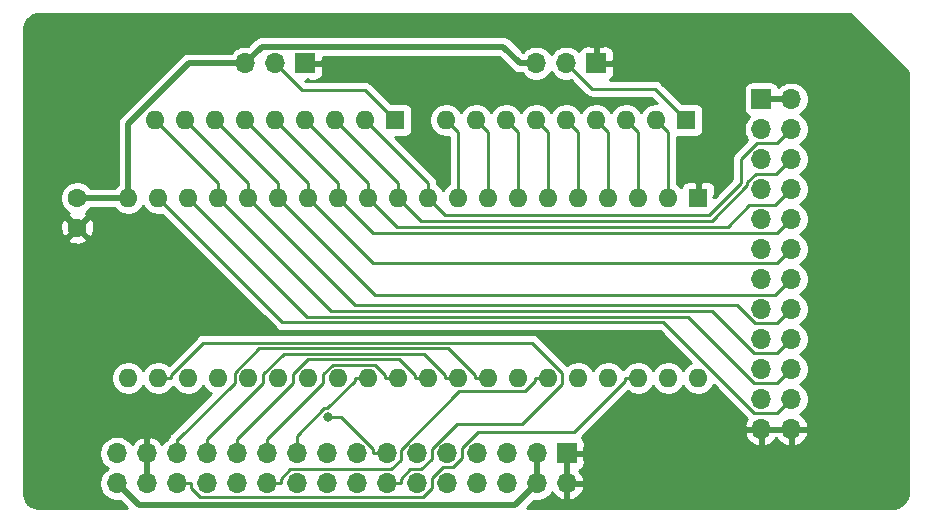
<source format=gbr>
%TF.GenerationSoftware,KiCad,Pcbnew,(5.1.12-1-10_14)*%
%TF.CreationDate,2022-01-05T14:26:23+01:00*%
%TF.ProjectId,viaduct,76696164-7563-4742-9e6b-696361645f70,rev?*%
%TF.SameCoordinates,Original*%
%TF.FileFunction,Copper,L1,Top*%
%TF.FilePolarity,Positive*%
%FSLAX46Y46*%
G04 Gerber Fmt 4.6, Leading zero omitted, Abs format (unit mm)*
G04 Created by KiCad (PCBNEW (5.1.12-1-10_14)) date 2022-01-05 14:26:23*
%MOMM*%
%LPD*%
G01*
G04 APERTURE LIST*
%TA.AperFunction,ComponentPad*%
%ADD10O,1.700000X1.700000*%
%TD*%
%TA.AperFunction,ComponentPad*%
%ADD11R,1.700000X1.700000*%
%TD*%
%TA.AperFunction,ComponentPad*%
%ADD12C,1.600000*%
%TD*%
%TA.AperFunction,ComponentPad*%
%ADD13O,1.600000X1.600000*%
%TD*%
%TA.AperFunction,ComponentPad*%
%ADD14R,1.600000X1.600000*%
%TD*%
%TA.AperFunction,ViaPad*%
%ADD15C,0.800000*%
%TD*%
%TA.AperFunction,Conductor*%
%ADD16C,0.500000*%
%TD*%
%TA.AperFunction,Conductor*%
%ADD17C,0.250000*%
%TD*%
%TA.AperFunction,Conductor*%
%ADD18C,0.254000*%
%TD*%
%TA.AperFunction,Conductor*%
%ADD19C,0.100000*%
%TD*%
G04 APERTURE END LIST*
D10*
%TO.P,J1,32*%
%TO.N,+5V*%
X119952000Y-132613000D03*
%TO.P,J1,31*%
X119952000Y-130073000D03*
%TO.P,J1,30*%
%TO.N,GND*%
X122492000Y-132613000D03*
%TO.P,J1,29*%
X122492000Y-130073000D03*
%TO.P,J1,28*%
%TO.N,/RS0*%
X125032000Y-132613000D03*
%TO.P,J1,27*%
%TO.N,/D0*%
X125032000Y-130073000D03*
%TO.P,J1,26*%
%TO.N,/RS1*%
X127572000Y-132613000D03*
%TO.P,J1,25*%
%TO.N,/D1*%
X127572000Y-130073000D03*
%TO.P,J1,24*%
%TO.N,/RS2*%
X130112000Y-132613000D03*
%TO.P,J1,23*%
%TO.N,/D2*%
X130112000Y-130073000D03*
%TO.P,J1,22*%
%TO.N,/RS3*%
X132652000Y-132613000D03*
%TO.P,J1,21*%
%TO.N,/D3*%
X132652000Y-130073000D03*
%TO.P,J1,20*%
%TO.N,Net-(J1-Pad20)*%
X135192000Y-132613000D03*
%TO.P,J1,19*%
%TO.N,/D4*%
X135192000Y-130073000D03*
%TO.P,J1,18*%
%TO.N,Net-(J1-Pad18)*%
X137732000Y-132613000D03*
%TO.P,J1,17*%
%TO.N,/D5*%
X137732000Y-130073000D03*
%TO.P,J1,16*%
%TO.N,~CS*%
X140272000Y-132613000D03*
%TO.P,J1,15*%
%TO.N,/D6*%
X140272000Y-130073000D03*
%TO.P,J1,14*%
%TO.N,R~W*%
X142812000Y-132613000D03*
%TO.P,J1,13*%
%TO.N,/D7*%
X142812000Y-130073000D03*
%TO.P,J1,12*%
%TO.N,CLK*%
X145352000Y-132613000D03*
%TO.P,J1,11*%
%TO.N,~IRQ*%
X145352000Y-130073000D03*
%TO.P,J1,10*%
%TO.N,~RES*%
X147892000Y-132613000D03*
%TO.P,J1,9*%
%TO.N,Net-(J1-Pad9)*%
X147892000Y-130073000D03*
%TO.P,J1,8*%
%TO.N,Net-(J1-Pad8)*%
X150432000Y-132613000D03*
%TO.P,J1,7*%
%TO.N,Net-(J1-Pad7)*%
X150432000Y-130073000D03*
%TO.P,J1,6*%
%TO.N,Net-(J1-Pad6)*%
X152972000Y-132613000D03*
%TO.P,J1,5*%
%TO.N,Net-(J1-Pad5)*%
X152972000Y-130073000D03*
%TO.P,J1,4*%
%TO.N,+5V*%
X155512000Y-132613000D03*
%TO.P,J1,3*%
X155512000Y-130073000D03*
%TO.P,J1,2*%
%TO.N,GND*%
X158052000Y-132613000D03*
D11*
%TO.P,J1,1*%
X158052000Y-130073000D03*
%TD*%
D10*
%TO.P,J2,24*%
%TO.N,GND*%
X177038000Y-128016000D03*
%TO.P,J2,23*%
X174498000Y-128016000D03*
%TO.P,J2,22*%
%TO.N,CB2*%
X177038000Y-125476000D03*
%TO.P,J2,21*%
%TO.N,CA2*%
X174498000Y-125476000D03*
%TO.P,J2,20*%
%TO.N,CB1*%
X177038000Y-122936000D03*
%TO.P,J2,19*%
%TO.N,CA1*%
X174498000Y-122936000D03*
%TO.P,J2,18*%
%TO.N,/PB7*%
X177038000Y-120396000D03*
%TO.P,J2,17*%
%TO.N,/PA7*%
X174498000Y-120396000D03*
%TO.P,J2,16*%
%TO.N,/PB6*%
X177038000Y-117856000D03*
%TO.P,J2,15*%
%TO.N,/PA6*%
X174498000Y-117856000D03*
%TO.P,J2,14*%
%TO.N,/PB5*%
X177038000Y-115316000D03*
%TO.P,J2,13*%
%TO.N,/PA5*%
X174498000Y-115316000D03*
%TO.P,J2,12*%
%TO.N,/PB4*%
X177038000Y-112776000D03*
%TO.P,J2,11*%
%TO.N,/PA4*%
X174498000Y-112776000D03*
%TO.P,J2,10*%
%TO.N,/PB3*%
X177038000Y-110236000D03*
%TO.P,J2,9*%
%TO.N,/PA3*%
X174498000Y-110236000D03*
%TO.P,J2,8*%
%TO.N,/PB2*%
X177038000Y-107696000D03*
%TO.P,J2,7*%
%TO.N,/PA2*%
X174498000Y-107696000D03*
%TO.P,J2,6*%
%TO.N,/PB1*%
X177038000Y-105156000D03*
%TO.P,J2,5*%
%TO.N,/PA1*%
X174498000Y-105156000D03*
%TO.P,J2,4*%
%TO.N,/PB0*%
X177038000Y-102616000D03*
%TO.P,J2,3*%
%TO.N,/PA0*%
X174498000Y-102616000D03*
%TO.P,J2,2*%
%TO.N,+5V*%
X177038000Y-100076000D03*
D11*
%TO.P,J2,1*%
X174498000Y-100076000D03*
%TD*%
D12*
%TO.P,C1,2*%
%TO.N,GND*%
X116586000Y-110958000D03*
%TO.P,C1,1*%
%TO.N,+5V*%
X116586000Y-108458000D03*
%TD*%
D10*
%TO.P,J4,3*%
%TO.N,+5V*%
X130810000Y-97028000D03*
%TO.P,J4,2*%
%TO.N,Net-(J4-Pad2)*%
X133350000Y-97028000D03*
D11*
%TO.P,J4,1*%
%TO.N,GND*%
X135890000Y-97028000D03*
%TD*%
D10*
%TO.P,J3,3*%
%TO.N,+5V*%
X155448000Y-97028000D03*
%TO.P,J3,2*%
%TO.N,Net-(J3-Pad2)*%
X157988000Y-97028000D03*
D11*
%TO.P,J3,1*%
%TO.N,GND*%
X160528000Y-97028000D03*
%TD*%
D13*
%TO.P,RN2,9*%
%TO.N,/PB7*%
X123190000Y-101854000D03*
%TO.P,RN2,8*%
%TO.N,/PB6*%
X125730000Y-101854000D03*
%TO.P,RN2,7*%
%TO.N,/PB5*%
X128270000Y-101854000D03*
%TO.P,RN2,6*%
%TO.N,/PB4*%
X130810000Y-101854000D03*
%TO.P,RN2,5*%
%TO.N,/PB3*%
X133350000Y-101854000D03*
%TO.P,RN2,4*%
%TO.N,/PB2*%
X135890000Y-101854000D03*
%TO.P,RN2,3*%
%TO.N,/PB1*%
X138430000Y-101854000D03*
%TO.P,RN2,2*%
%TO.N,/PB0*%
X140970000Y-101854000D03*
D14*
%TO.P,RN2,1*%
%TO.N,Net-(J4-Pad2)*%
X143510000Y-101854000D03*
%TD*%
D13*
%TO.P,RN1,9*%
%TO.N,/PA7*%
X147828000Y-101854000D03*
%TO.P,RN1,8*%
%TO.N,/PA6*%
X150368000Y-101854000D03*
%TO.P,RN1,7*%
%TO.N,/PA5*%
X152908000Y-101854000D03*
%TO.P,RN1,6*%
%TO.N,/PA4*%
X155448000Y-101854000D03*
%TO.P,RN1,5*%
%TO.N,/PA3*%
X157988000Y-101854000D03*
%TO.P,RN1,4*%
%TO.N,/PA2*%
X160528000Y-101854000D03*
%TO.P,RN1,3*%
%TO.N,/PA1*%
X163068000Y-101854000D03*
%TO.P,RN1,2*%
%TO.N,/PA0*%
X165608000Y-101854000D03*
D14*
%TO.P,RN1,1*%
%TO.N,Net-(J3-Pad2)*%
X168148000Y-101854000D03*
%TD*%
%TO.P,U1,1*%
%TO.N,GND*%
X169164000Y-108458000D03*
D13*
%TO.P,U1,21*%
%TO.N,~IRQ*%
X120904000Y-123698000D03*
%TO.P,U1,2*%
%TO.N,/PA0*%
X166624000Y-108458000D03*
%TO.P,U1,22*%
%TO.N,R~W*%
X123444000Y-123698000D03*
%TO.P,U1,3*%
%TO.N,/PA1*%
X164084000Y-108458000D03*
%TO.P,U1,23*%
%TO.N,~CS*%
X125984000Y-123698000D03*
%TO.P,U1,4*%
%TO.N,/PA2*%
X161544000Y-108458000D03*
%TO.P,U1,24*%
%TO.N,+5V*%
X128524000Y-123698000D03*
%TO.P,U1,5*%
%TO.N,/PA3*%
X159004000Y-108458000D03*
%TO.P,U1,25*%
%TO.N,CLK*%
X131064000Y-123698000D03*
%TO.P,U1,6*%
%TO.N,/PA4*%
X156464000Y-108458000D03*
%TO.P,U1,26*%
%TO.N,/D7*%
X133604000Y-123698000D03*
%TO.P,U1,7*%
%TO.N,/PA5*%
X153924000Y-108458000D03*
%TO.P,U1,27*%
%TO.N,/D6*%
X136144000Y-123698000D03*
%TO.P,U1,8*%
%TO.N,/PA6*%
X151384000Y-108458000D03*
%TO.P,U1,28*%
%TO.N,/D5*%
X138684000Y-123698000D03*
%TO.P,U1,9*%
%TO.N,/PA7*%
X148844000Y-108458000D03*
%TO.P,U1,29*%
%TO.N,/D4*%
X141224000Y-123698000D03*
%TO.P,U1,10*%
%TO.N,/PB0*%
X146304000Y-108458000D03*
%TO.P,U1,30*%
%TO.N,/D3*%
X143764000Y-123698000D03*
%TO.P,U1,11*%
%TO.N,/PB1*%
X143764000Y-108458000D03*
%TO.P,U1,31*%
%TO.N,/D2*%
X146304000Y-123698000D03*
%TO.P,U1,12*%
%TO.N,/PB2*%
X141224000Y-108458000D03*
%TO.P,U1,32*%
%TO.N,/D1*%
X148844000Y-123698000D03*
%TO.P,U1,13*%
%TO.N,/PB3*%
X138684000Y-108458000D03*
%TO.P,U1,33*%
%TO.N,/D0*%
X151384000Y-123698000D03*
%TO.P,U1,14*%
%TO.N,/PB4*%
X136144000Y-108458000D03*
%TO.P,U1,34*%
%TO.N,~RES*%
X153924000Y-123698000D03*
%TO.P,U1,15*%
%TO.N,/PB5*%
X133604000Y-108458000D03*
%TO.P,U1,35*%
%TO.N,/RS3*%
X156464000Y-123698000D03*
%TO.P,U1,16*%
%TO.N,/PB6*%
X131064000Y-108458000D03*
%TO.P,U1,36*%
%TO.N,/RS2*%
X159004000Y-123698000D03*
%TO.P,U1,17*%
%TO.N,/PB7*%
X128524000Y-108458000D03*
%TO.P,U1,37*%
%TO.N,/RS1*%
X161544000Y-123698000D03*
%TO.P,U1,18*%
%TO.N,CB1*%
X125984000Y-108458000D03*
%TO.P,U1,38*%
%TO.N,/RS0*%
X164084000Y-123698000D03*
%TO.P,U1,19*%
%TO.N,CB2*%
X123444000Y-108458000D03*
%TO.P,U1,39*%
%TO.N,CA2*%
X166624000Y-123698000D03*
%TO.P,U1,20*%
%TO.N,+5V*%
X120904000Y-108458000D03*
%TO.P,U1,40*%
%TO.N,CA1*%
X169164000Y-123698000D03*
%TD*%
D15*
%TO.N,GND*%
X175832000Y-97282000D03*
X116332000Y-95250000D03*
X116332000Y-131445000D03*
X182245000Y-113919000D03*
%TO.N,/D7*%
X137851500Y-127000200D03*
%TD*%
D16*
%TO.N,+5V*%
X155512000Y-132613000D02*
X155512000Y-130073000D01*
X119952000Y-132613000D02*
X121825800Y-134486800D01*
X121825800Y-134486800D02*
X153638200Y-134486800D01*
X153638200Y-134486800D02*
X155512000Y-132613000D01*
X120904000Y-108458000D02*
X120904000Y-102196000D01*
X120904000Y-102196000D02*
X126072000Y-97028000D01*
X126072000Y-97028000D02*
X130810000Y-97028000D01*
X120904000Y-108458000D02*
X116586000Y-108458000D01*
X155448000Y-97028000D02*
X154047700Y-97028000D01*
X154047700Y-97028000D02*
X152647200Y-95627500D01*
X152647200Y-95627500D02*
X132210500Y-95627500D01*
X132210500Y-95627500D02*
X130810000Y-97028000D01*
X174498000Y-100076000D02*
X177038000Y-100076000D01*
D17*
%TO.N,/D7*%
X142812000Y-130073000D02*
X141636700Y-130073000D01*
X137851500Y-127000200D02*
X138931200Y-127000200D01*
X138931200Y-127000200D02*
X141636700Y-129705700D01*
X141636700Y-129705700D02*
X141636700Y-130073000D01*
%TO.N,R~W*%
X142812000Y-132613000D02*
X143987300Y-132613000D01*
X123444000Y-123698000D02*
X124569300Y-123698000D01*
X124569300Y-123698000D02*
X124569300Y-123416700D01*
X124569300Y-123416700D02*
X127274900Y-120711100D01*
X127274900Y-120711100D02*
X155078700Y-120711100D01*
X155078700Y-120711100D02*
X157615500Y-123247900D01*
X157615500Y-123247900D02*
X157615500Y-124162900D01*
X157615500Y-124162900D02*
X154226100Y-127552300D01*
X154226100Y-127552300D02*
X148750000Y-127552300D01*
X148750000Y-127552300D02*
X146604400Y-129697900D01*
X146604400Y-129697900D02*
X146604400Y-130555700D01*
X146604400Y-130555700D02*
X145722400Y-131437700D01*
X145722400Y-131437700D02*
X144795200Y-131437700D01*
X144795200Y-131437700D02*
X143987300Y-132245600D01*
X143987300Y-132245600D02*
X143987300Y-132613000D01*
%TO.N,/D4*%
X140098700Y-123698000D02*
X140098700Y-123917800D01*
X140098700Y-123917800D02*
X137741600Y-126274900D01*
X137741600Y-126274900D02*
X137522100Y-126274900D01*
X137522100Y-126274900D02*
X135192000Y-128605000D01*
X135192000Y-128605000D02*
X135192000Y-128897700D01*
X141224000Y-123698000D02*
X140098700Y-123698000D01*
X135192000Y-130073000D02*
X135192000Y-128897700D01*
%TO.N,/D3*%
X143764000Y-123698000D02*
X142638700Y-123698000D01*
X132652000Y-130073000D02*
X132652000Y-128897700D01*
X132652000Y-128897700D02*
X137414000Y-124135700D01*
X137414000Y-124135700D02*
X137414000Y-123360200D01*
X137414000Y-123360200D02*
X138201500Y-122572700D01*
X138201500Y-122572700D02*
X141794800Y-122572700D01*
X141794800Y-122572700D02*
X142638700Y-123416600D01*
X142638700Y-123416600D02*
X142638700Y-123698000D01*
%TO.N,/RS3*%
X132652000Y-132613000D02*
X133827300Y-132613000D01*
X156464000Y-123698000D02*
X155338700Y-123698000D01*
X155338700Y-123698000D02*
X155338700Y-123979400D01*
X155338700Y-123979400D02*
X154494800Y-124823300D01*
X154494800Y-124823300D02*
X148938200Y-124823300D01*
X148938200Y-124823300D02*
X143987400Y-129774100D01*
X143987400Y-129774100D02*
X143987400Y-130598600D01*
X143987400Y-130598600D02*
X143148300Y-131437700D01*
X143148300Y-131437700D02*
X134635200Y-131437700D01*
X134635200Y-131437700D02*
X133827300Y-132245600D01*
X133827300Y-132245600D02*
X133827300Y-132613000D01*
%TO.N,/D2*%
X130112000Y-130073000D02*
X130112000Y-128897700D01*
X146304000Y-123698000D02*
X145178700Y-123698000D01*
X145178700Y-123698000D02*
X145178700Y-123416700D01*
X145178700Y-123416700D02*
X143852200Y-122090200D01*
X143852200Y-122090200D02*
X136139100Y-122090200D01*
X136139100Y-122090200D02*
X134874000Y-123355300D01*
X134874000Y-123355300D02*
X134874000Y-124135700D01*
X134874000Y-124135700D02*
X130112000Y-128897700D01*
%TO.N,/D1*%
X148844000Y-123698000D02*
X147718700Y-123698000D01*
X127572000Y-130073000D02*
X127572000Y-128897700D01*
X127572000Y-128897700D02*
X132334000Y-124135700D01*
X132334000Y-124135700D02*
X132334000Y-123371100D01*
X132334000Y-123371100D02*
X134065300Y-121639800D01*
X134065300Y-121639800D02*
X145941800Y-121639800D01*
X145941800Y-121639800D02*
X147718700Y-123416700D01*
X147718700Y-123416700D02*
X147718700Y-123698000D01*
%TO.N,/D0*%
X125032000Y-130073000D02*
X125032000Y-128897700D01*
X151384000Y-123698000D02*
X150258700Y-123698000D01*
X150258700Y-123698000D02*
X150258700Y-123416700D01*
X150258700Y-123416700D02*
X148003500Y-121161500D01*
X148003500Y-121161500D02*
X132002100Y-121161500D01*
X132002100Y-121161500D02*
X129921100Y-123242500D01*
X129921100Y-123242500D02*
X129921100Y-124082100D01*
X129921100Y-124082100D02*
X125105500Y-128897700D01*
X125105500Y-128897700D02*
X125032000Y-128897700D01*
%TO.N,/RS0*%
X125032000Y-132613000D02*
X126207300Y-132613000D01*
X164084000Y-123698000D02*
X162958700Y-123698000D01*
X162958700Y-123698000D02*
X162958700Y-123979300D01*
X162958700Y-123979300D02*
X158680700Y-128257300D01*
X158680700Y-128257300D02*
X150505000Y-128257300D01*
X150505000Y-128257300D02*
X149162000Y-129600300D01*
X149162000Y-129600300D02*
X149162000Y-130504000D01*
X149162000Y-130504000D02*
X148417600Y-131248400D01*
X148417600Y-131248400D02*
X147556200Y-131248400D01*
X147556200Y-131248400D02*
X146623000Y-132181600D01*
X146623000Y-132181600D02*
X146623000Y-133007100D01*
X146623000Y-133007100D02*
X145841800Y-133788300D01*
X145841800Y-133788300D02*
X127015200Y-133788300D01*
X127015200Y-133788300D02*
X126207300Y-132980400D01*
X126207300Y-132980400D02*
X126207300Y-132613000D01*
%TO.N,/PA7*%
X148844000Y-108458000D02*
X148844000Y-102870000D01*
X148844000Y-102870000D02*
X147828000Y-101854000D01*
%TO.N,/PA6*%
X151384000Y-108458000D02*
X151384000Y-102870000D01*
X151384000Y-102870000D02*
X150368000Y-101854000D01*
%TO.N,/PA5*%
X153924000Y-108458000D02*
X153924000Y-102870000D01*
X153924000Y-102870000D02*
X152908000Y-101854000D01*
%TO.N,/PA4*%
X156464000Y-108458000D02*
X156464000Y-102870000D01*
X156464000Y-102870000D02*
X155448000Y-101854000D01*
%TO.N,/PA3*%
X159004000Y-108458000D02*
X159004000Y-102870000D01*
X159004000Y-102870000D02*
X157988000Y-101854000D01*
%TO.N,/PA2*%
X161544000Y-108458000D02*
X161544000Y-102870000D01*
X161544000Y-102870000D02*
X160528000Y-101854000D01*
%TO.N,/PA1*%
X164084000Y-108458000D02*
X164084000Y-102870000D01*
X164084000Y-102870000D02*
X163068000Y-101854000D01*
%TO.N,/PA0*%
X166624000Y-108458000D02*
X166624000Y-102870000D01*
X166624000Y-102870000D02*
X165608000Y-101854000D01*
%TO.N,/PB7*%
X128524000Y-108458000D02*
X128524000Y-107188000D01*
X128524000Y-107188000D02*
X123190000Y-101854000D01*
X128524000Y-108458000D02*
X138049000Y-117983000D01*
X138049000Y-117983000D02*
X170307000Y-117983000D01*
X170307000Y-117983000D02*
X173895000Y-121571000D01*
X173895000Y-121571000D02*
X175863000Y-121571000D01*
X175863000Y-121571000D02*
X177038000Y-120396000D01*
%TO.N,/PB6*%
X131064000Y-108458000D02*
X131064000Y-107188000D01*
X131064000Y-107188000D02*
X125730000Y-101854000D01*
X131064000Y-108458000D02*
X140139000Y-117533000D01*
X140139000Y-117533000D02*
X172436000Y-117533000D01*
X172436000Y-117533000D02*
X173934000Y-119031000D01*
X173934000Y-119031000D02*
X175863000Y-119031000D01*
X175863000Y-119031000D02*
X177038000Y-117856000D01*
%TO.N,/PB5*%
X133604000Y-108458000D02*
X133604000Y-107188000D01*
X133604000Y-107188000D02*
X128270000Y-101854000D01*
X133604000Y-108458000D02*
X141827000Y-116681000D01*
X141827000Y-116681000D02*
X175673000Y-116681000D01*
X175673000Y-116681000D02*
X177038000Y-115316000D01*
%TO.N,/PB4*%
X136144000Y-108458000D02*
X136144000Y-107188000D01*
X136144000Y-107188000D02*
X130810000Y-101854000D01*
X136144000Y-108458000D02*
X141637000Y-113951000D01*
X141637000Y-113951000D02*
X175863000Y-113951000D01*
X175863000Y-113951000D02*
X177038000Y-112776000D01*
%TO.N,/PB3*%
X138684000Y-108458000D02*
X138684000Y-107188000D01*
X138684000Y-107188000D02*
X133350000Y-101854000D01*
X138684000Y-108458000D02*
X141637000Y-111411000D01*
X141637000Y-111411000D02*
X173934000Y-111411000D01*
X173934000Y-111411000D02*
X174886000Y-111411000D01*
X173934000Y-111411000D02*
X174886000Y-111411000D01*
X174886000Y-111411000D02*
X175863000Y-111411000D01*
X175863000Y-111411000D02*
X177038000Y-110236000D01*
%TO.N,/PB2*%
X141224000Y-108458000D02*
X141224000Y-107188000D01*
X141224000Y-107188000D02*
X135890000Y-101854000D01*
X141224000Y-108458000D02*
X143637000Y-110871000D01*
X143637000Y-110871000D02*
X171672000Y-110871000D01*
X171672000Y-110871000D02*
X173482000Y-109061000D01*
X173482000Y-109061000D02*
X175673000Y-109061000D01*
X175673000Y-109061000D02*
X177038000Y-107696000D01*
%TO.N,/PB1*%
X143764000Y-108458000D02*
X143764000Y-107188000D01*
X143764000Y-107188000D02*
X138430000Y-101854000D01*
X143764000Y-108458000D02*
X145669000Y-110363000D01*
X145669000Y-110363000D02*
X170307000Y-110363000D01*
X170307000Y-110363000D02*
X173323000Y-107347000D01*
X173323000Y-107347000D02*
X173323000Y-107132000D01*
X173323000Y-107132000D02*
X174029000Y-106426000D01*
X174029000Y-106426000D02*
X175768000Y-106426000D01*
X175768000Y-106426000D02*
X177038000Y-105156000D01*
%TO.N,/PB0*%
X146304000Y-108458000D02*
X146304000Y-107188000D01*
X146304000Y-107188000D02*
X140970000Y-101854000D01*
X146304000Y-108458000D02*
X147701000Y-109855000D01*
X147701000Y-109855000D02*
X170116000Y-109855000D01*
X170116000Y-109855000D02*
X172784000Y-107188000D01*
X172784000Y-107188000D02*
X172784000Y-105131000D01*
X172784000Y-105131000D02*
X174124000Y-103791000D01*
X174124000Y-103791000D02*
X175863000Y-103791000D01*
X175863000Y-103791000D02*
X177038000Y-102616000D01*
%TO.N,Net-(J3-Pad2)*%
X168148000Y-101854000D02*
X165481000Y-99187000D01*
X165481000Y-99187000D02*
X160147000Y-99187000D01*
X160147000Y-99187000D02*
X157988000Y-97028000D01*
%TO.N,CB2*%
X123444000Y-108458000D02*
X133959000Y-118973000D01*
X133959000Y-118973000D02*
X166217000Y-118973000D01*
X166217000Y-118973000D02*
X173895000Y-126651000D01*
X173895000Y-126651000D02*
X175863000Y-126651000D01*
X175863000Y-126651000D02*
X177038000Y-125476000D01*
%TO.N,CB1*%
X125984000Y-108458000D02*
X136017000Y-118491000D01*
X136017000Y-118491000D02*
X168275000Y-118491000D01*
X168275000Y-118491000D02*
X173895000Y-124111000D01*
X173895000Y-124111000D02*
X175863000Y-124111000D01*
X175863000Y-124111000D02*
X177038000Y-122936000D01*
%TO.N,Net-(J4-Pad2)*%
X143510000Y-101854000D02*
X140970000Y-99314000D01*
X140970000Y-99314000D02*
X135636000Y-99314000D01*
X135636000Y-99314000D02*
X133350000Y-97028000D01*
%TD*%
D18*
%TO.N,GND*%
X113377353Y-92887000D02*
X181996620Y-92887000D01*
X186894000Y-97784381D01*
X186894001Y-133383647D01*
X186903289Y-133477951D01*
X186889766Y-133615876D01*
X186812551Y-133871624D01*
X186687131Y-134107504D01*
X186518289Y-134314525D01*
X186312446Y-134484813D01*
X186077444Y-134611879D01*
X185822240Y-134690877D01*
X185675291Y-134706322D01*
X185580647Y-134697000D01*
X154679578Y-134697000D01*
X155293040Y-134083539D01*
X155365740Y-134098000D01*
X155658260Y-134098000D01*
X155945158Y-134040932D01*
X156215411Y-133928990D01*
X156458632Y-133766475D01*
X156665475Y-133559632D01*
X156787195Y-133377466D01*
X156856822Y-133494355D01*
X157051731Y-133710588D01*
X157285080Y-133884641D01*
X157547901Y-134009825D01*
X157695110Y-134054476D01*
X157925000Y-133933155D01*
X157925000Y-132740000D01*
X158179000Y-132740000D01*
X158179000Y-133933155D01*
X158408890Y-134054476D01*
X158556099Y-134009825D01*
X158818920Y-133884641D01*
X159052269Y-133710588D01*
X159247178Y-133494355D01*
X159396157Y-133244252D01*
X159493481Y-132969891D01*
X159372814Y-132740000D01*
X158179000Y-132740000D01*
X157925000Y-132740000D01*
X157905000Y-132740000D01*
X157905000Y-132486000D01*
X157925000Y-132486000D01*
X157925000Y-130200000D01*
X158179000Y-130200000D01*
X158179000Y-132486000D01*
X159372814Y-132486000D01*
X159493481Y-132256109D01*
X159396157Y-131981748D01*
X159247178Y-131731645D01*
X159070374Y-131535498D01*
X159146180Y-131512502D01*
X159256494Y-131453537D01*
X159353185Y-131374185D01*
X159432537Y-131277494D01*
X159491502Y-131167180D01*
X159527812Y-131047482D01*
X159540072Y-130923000D01*
X159537000Y-130358750D01*
X159378250Y-130200000D01*
X158179000Y-130200000D01*
X157925000Y-130200000D01*
X157905000Y-130200000D01*
X157905000Y-129946000D01*
X157925000Y-129946000D01*
X157925000Y-129926000D01*
X158179000Y-129926000D01*
X158179000Y-129946000D01*
X159378250Y-129946000D01*
X159537000Y-129787250D01*
X159540072Y-129223000D01*
X159527812Y-129098518D01*
X159491502Y-128978820D01*
X159432537Y-128868506D01*
X159353185Y-128771815D01*
X159291560Y-128721241D01*
X159639911Y-128372890D01*
X173056524Y-128372890D01*
X173101175Y-128520099D01*
X173226359Y-128782920D01*
X173400412Y-129016269D01*
X173616645Y-129211178D01*
X173866748Y-129360157D01*
X174141109Y-129457481D01*
X174371000Y-129336814D01*
X174371000Y-128143000D01*
X174625000Y-128143000D01*
X174625000Y-129336814D01*
X174854891Y-129457481D01*
X175129252Y-129360157D01*
X175379355Y-129211178D01*
X175595588Y-129016269D01*
X175768000Y-128785120D01*
X175940412Y-129016269D01*
X176156645Y-129211178D01*
X176406748Y-129360157D01*
X176681109Y-129457481D01*
X176911000Y-129336814D01*
X176911000Y-128143000D01*
X177165000Y-128143000D01*
X177165000Y-129336814D01*
X177394891Y-129457481D01*
X177669252Y-129360157D01*
X177919355Y-129211178D01*
X178135588Y-129016269D01*
X178309641Y-128782920D01*
X178434825Y-128520099D01*
X178479476Y-128372890D01*
X178358155Y-128143000D01*
X177165000Y-128143000D01*
X176911000Y-128143000D01*
X174625000Y-128143000D01*
X174371000Y-128143000D01*
X173177845Y-128143000D01*
X173056524Y-128372890D01*
X159639911Y-128372890D01*
X163187779Y-124825023D01*
X163404273Y-124969680D01*
X163665426Y-125077853D01*
X163942665Y-125133000D01*
X164225335Y-125133000D01*
X164502574Y-125077853D01*
X164763727Y-124969680D01*
X164998759Y-124812637D01*
X165198637Y-124612759D01*
X165354000Y-124380241D01*
X165509363Y-124612759D01*
X165709241Y-124812637D01*
X165944273Y-124969680D01*
X166205426Y-125077853D01*
X166482665Y-125133000D01*
X166765335Y-125133000D01*
X167042574Y-125077853D01*
X167303727Y-124969680D01*
X167538759Y-124812637D01*
X167738637Y-124612759D01*
X167894000Y-124380241D01*
X168049363Y-124612759D01*
X168249241Y-124812637D01*
X168484273Y-124969680D01*
X168745426Y-125077853D01*
X169022665Y-125133000D01*
X169305335Y-125133000D01*
X169582574Y-125077853D01*
X169843727Y-124969680D01*
X170078759Y-124812637D01*
X170278637Y-124612759D01*
X170435680Y-124377727D01*
X170468263Y-124299065D01*
X173308352Y-127139154D01*
X173226359Y-127249080D01*
X173101175Y-127511901D01*
X173056524Y-127659110D01*
X173177845Y-127889000D01*
X174371000Y-127889000D01*
X174371000Y-127869000D01*
X174625000Y-127869000D01*
X174625000Y-127889000D01*
X176911000Y-127889000D01*
X176911000Y-127869000D01*
X177165000Y-127869000D01*
X177165000Y-127889000D01*
X178358155Y-127889000D01*
X178479476Y-127659110D01*
X178434825Y-127511901D01*
X178309641Y-127249080D01*
X178135588Y-127015731D01*
X177919355Y-126820822D01*
X177802466Y-126751195D01*
X177984632Y-126629475D01*
X178191475Y-126422632D01*
X178353990Y-126179411D01*
X178465932Y-125909158D01*
X178523000Y-125622260D01*
X178523000Y-125329740D01*
X178465932Y-125042842D01*
X178353990Y-124772589D01*
X178191475Y-124529368D01*
X177984632Y-124322525D01*
X177810240Y-124206000D01*
X177984632Y-124089475D01*
X178191475Y-123882632D01*
X178353990Y-123639411D01*
X178465932Y-123369158D01*
X178523000Y-123082260D01*
X178523000Y-122789740D01*
X178465932Y-122502842D01*
X178353990Y-122232589D01*
X178191475Y-121989368D01*
X177984632Y-121782525D01*
X177810240Y-121666000D01*
X177984632Y-121549475D01*
X178191475Y-121342632D01*
X178353990Y-121099411D01*
X178465932Y-120829158D01*
X178523000Y-120542260D01*
X178523000Y-120249740D01*
X178465932Y-119962842D01*
X178353990Y-119692589D01*
X178191475Y-119449368D01*
X177984632Y-119242525D01*
X177810240Y-119126000D01*
X177984632Y-119009475D01*
X178191475Y-118802632D01*
X178353990Y-118559411D01*
X178465932Y-118289158D01*
X178523000Y-118002260D01*
X178523000Y-117709740D01*
X178465932Y-117422842D01*
X178353990Y-117152589D01*
X178191475Y-116909368D01*
X177984632Y-116702525D01*
X177810240Y-116586000D01*
X177984632Y-116469475D01*
X178191475Y-116262632D01*
X178353990Y-116019411D01*
X178465932Y-115749158D01*
X178523000Y-115462260D01*
X178523000Y-115169740D01*
X178465932Y-114882842D01*
X178353990Y-114612589D01*
X178191475Y-114369368D01*
X177984632Y-114162525D01*
X177810240Y-114046000D01*
X177984632Y-113929475D01*
X178191475Y-113722632D01*
X178353990Y-113479411D01*
X178465932Y-113209158D01*
X178523000Y-112922260D01*
X178523000Y-112629740D01*
X178465932Y-112342842D01*
X178353990Y-112072589D01*
X178191475Y-111829368D01*
X177984632Y-111622525D01*
X177810240Y-111506000D01*
X177984632Y-111389475D01*
X178191475Y-111182632D01*
X178353990Y-110939411D01*
X178465932Y-110669158D01*
X178523000Y-110382260D01*
X178523000Y-110089740D01*
X178465932Y-109802842D01*
X178353990Y-109532589D01*
X178191475Y-109289368D01*
X177984632Y-109082525D01*
X177810240Y-108966000D01*
X177984632Y-108849475D01*
X178191475Y-108642632D01*
X178353990Y-108399411D01*
X178465932Y-108129158D01*
X178523000Y-107842260D01*
X178523000Y-107549740D01*
X178465932Y-107262842D01*
X178353990Y-106992589D01*
X178191475Y-106749368D01*
X177984632Y-106542525D01*
X177810240Y-106426000D01*
X177984632Y-106309475D01*
X178191475Y-106102632D01*
X178353990Y-105859411D01*
X178465932Y-105589158D01*
X178523000Y-105302260D01*
X178523000Y-105009740D01*
X178465932Y-104722842D01*
X178353990Y-104452589D01*
X178191475Y-104209368D01*
X177984632Y-104002525D01*
X177810240Y-103886000D01*
X177984632Y-103769475D01*
X178191475Y-103562632D01*
X178353990Y-103319411D01*
X178465932Y-103049158D01*
X178523000Y-102762260D01*
X178523000Y-102469740D01*
X178465932Y-102182842D01*
X178353990Y-101912589D01*
X178191475Y-101669368D01*
X177984632Y-101462525D01*
X177810240Y-101346000D01*
X177984632Y-101229475D01*
X178191475Y-101022632D01*
X178353990Y-100779411D01*
X178465932Y-100509158D01*
X178523000Y-100222260D01*
X178523000Y-99929740D01*
X178465932Y-99642842D01*
X178353990Y-99372589D01*
X178191475Y-99129368D01*
X177984632Y-98922525D01*
X177741411Y-98760010D01*
X177471158Y-98648068D01*
X177184260Y-98591000D01*
X176891740Y-98591000D01*
X176604842Y-98648068D01*
X176334589Y-98760010D01*
X176091368Y-98922525D01*
X175959513Y-99054380D01*
X175937502Y-98981820D01*
X175878537Y-98871506D01*
X175799185Y-98774815D01*
X175702494Y-98695463D01*
X175592180Y-98636498D01*
X175472482Y-98600188D01*
X175348000Y-98587928D01*
X173648000Y-98587928D01*
X173523518Y-98600188D01*
X173403820Y-98636498D01*
X173293506Y-98695463D01*
X173196815Y-98774815D01*
X173117463Y-98871506D01*
X173058498Y-98981820D01*
X173022188Y-99101518D01*
X173009928Y-99226000D01*
X173009928Y-100926000D01*
X173022188Y-101050482D01*
X173058498Y-101170180D01*
X173117463Y-101280494D01*
X173196815Y-101377185D01*
X173293506Y-101456537D01*
X173403820Y-101515502D01*
X173476380Y-101537513D01*
X173344525Y-101669368D01*
X173182010Y-101912589D01*
X173070068Y-102182842D01*
X173013000Y-102469740D01*
X173013000Y-102762260D01*
X173070068Y-103049158D01*
X173182010Y-103319411D01*
X173317705Y-103522493D01*
X172272998Y-104567201D01*
X172244000Y-104590999D01*
X172220202Y-104619997D01*
X172220201Y-104619998D01*
X172149026Y-104706724D01*
X172078454Y-104838754D01*
X172034998Y-104982015D01*
X172020324Y-105131000D01*
X172024001Y-105168332D01*
X172024000Y-106873115D01*
X170565570Y-108330998D01*
X170440252Y-108330998D01*
X170599000Y-108172250D01*
X170602072Y-107658000D01*
X170589812Y-107533518D01*
X170553502Y-107413820D01*
X170494537Y-107303506D01*
X170415185Y-107206815D01*
X170318494Y-107127463D01*
X170208180Y-107068498D01*
X170088482Y-107032188D01*
X169964000Y-107019928D01*
X169449750Y-107023000D01*
X169291000Y-107181750D01*
X169291000Y-108331000D01*
X169311000Y-108331000D01*
X169311000Y-108585000D01*
X169291000Y-108585000D01*
X169291000Y-108605000D01*
X169037000Y-108605000D01*
X169037000Y-108585000D01*
X169017000Y-108585000D01*
X169017000Y-108331000D01*
X169037000Y-108331000D01*
X169037000Y-107181750D01*
X168878250Y-107023000D01*
X168364000Y-107019928D01*
X168239518Y-107032188D01*
X168119820Y-107068498D01*
X168009506Y-107127463D01*
X167912815Y-107206815D01*
X167833463Y-107303506D01*
X167774498Y-107413820D01*
X167738188Y-107533518D01*
X167737357Y-107541961D01*
X167538759Y-107343363D01*
X167384000Y-107239957D01*
X167384000Y-103292072D01*
X168948000Y-103292072D01*
X169072482Y-103279812D01*
X169192180Y-103243502D01*
X169302494Y-103184537D01*
X169399185Y-103105185D01*
X169478537Y-103008494D01*
X169537502Y-102898180D01*
X169573812Y-102778482D01*
X169586072Y-102654000D01*
X169586072Y-101054000D01*
X169573812Y-100929518D01*
X169537502Y-100809820D01*
X169478537Y-100699506D01*
X169399185Y-100602815D01*
X169302494Y-100523463D01*
X169192180Y-100464498D01*
X169072482Y-100428188D01*
X168948000Y-100415928D01*
X167784730Y-100415928D01*
X166044804Y-98676003D01*
X166021001Y-98646999D01*
X165905276Y-98552026D01*
X165773247Y-98481454D01*
X165629986Y-98437997D01*
X165518333Y-98427000D01*
X165518322Y-98427000D01*
X165481000Y-98423324D01*
X165443678Y-98427000D01*
X161697953Y-98427000D01*
X161732494Y-98408537D01*
X161829185Y-98329185D01*
X161908537Y-98232494D01*
X161967502Y-98122180D01*
X162003812Y-98002482D01*
X162016072Y-97878000D01*
X162013000Y-97313750D01*
X161854250Y-97155000D01*
X160655000Y-97155000D01*
X160655000Y-97175000D01*
X160401000Y-97175000D01*
X160401000Y-97155000D01*
X160381000Y-97155000D01*
X160381000Y-96901000D01*
X160401000Y-96901000D01*
X160401000Y-95701750D01*
X160655000Y-95701750D01*
X160655000Y-96901000D01*
X161854250Y-96901000D01*
X162013000Y-96742250D01*
X162016072Y-96178000D01*
X162003812Y-96053518D01*
X161967502Y-95933820D01*
X161908537Y-95823506D01*
X161829185Y-95726815D01*
X161732494Y-95647463D01*
X161622180Y-95588498D01*
X161502482Y-95552188D01*
X161378000Y-95539928D01*
X160813750Y-95543000D01*
X160655000Y-95701750D01*
X160401000Y-95701750D01*
X160242250Y-95543000D01*
X159678000Y-95539928D01*
X159553518Y-95552188D01*
X159433820Y-95588498D01*
X159323506Y-95647463D01*
X159226815Y-95726815D01*
X159147463Y-95823506D01*
X159088498Y-95933820D01*
X159066487Y-96006380D01*
X158934632Y-95874525D01*
X158691411Y-95712010D01*
X158421158Y-95600068D01*
X158134260Y-95543000D01*
X157841740Y-95543000D01*
X157554842Y-95600068D01*
X157284589Y-95712010D01*
X157041368Y-95874525D01*
X156834525Y-96081368D01*
X156718000Y-96255760D01*
X156601475Y-96081368D01*
X156394632Y-95874525D01*
X156151411Y-95712010D01*
X155881158Y-95600068D01*
X155594260Y-95543000D01*
X155301740Y-95543000D01*
X155014842Y-95600068D01*
X154744589Y-95712010D01*
X154501368Y-95874525D01*
X154323586Y-96052307D01*
X153303734Y-95032456D01*
X153276017Y-94998683D01*
X153141259Y-94888089D01*
X152987513Y-94805911D01*
X152820690Y-94755305D01*
X152690677Y-94742500D01*
X152690669Y-94742500D01*
X152647200Y-94738219D01*
X152603731Y-94742500D01*
X132253965Y-94742500D01*
X132210499Y-94738219D01*
X132167033Y-94742500D01*
X132167023Y-94742500D01*
X132037010Y-94755305D01*
X131870187Y-94805911D01*
X131716441Y-94888089D01*
X131712548Y-94891284D01*
X131615453Y-94970968D01*
X131615451Y-94970970D01*
X131581683Y-94998683D01*
X131553970Y-95032451D01*
X131028960Y-95557461D01*
X130956260Y-95543000D01*
X130663740Y-95543000D01*
X130376842Y-95600068D01*
X130106589Y-95712010D01*
X129863368Y-95874525D01*
X129656525Y-96081368D01*
X129615344Y-96143000D01*
X126115469Y-96143000D01*
X126072000Y-96138719D01*
X126028531Y-96143000D01*
X126028523Y-96143000D01*
X125898510Y-96155805D01*
X125731686Y-96206411D01*
X125577941Y-96288589D01*
X125476953Y-96371468D01*
X125476951Y-96371470D01*
X125443183Y-96399183D01*
X125415470Y-96432951D01*
X120308952Y-101539470D01*
X120275184Y-101567183D01*
X120247471Y-101600951D01*
X120247468Y-101600954D01*
X120164590Y-101701941D01*
X120082412Y-101855687D01*
X120031805Y-102022510D01*
X120014719Y-102196000D01*
X120019001Y-102239479D01*
X120019000Y-107323479D01*
X119989241Y-107343363D01*
X119789363Y-107543241D01*
X119769479Y-107573000D01*
X117720521Y-107573000D01*
X117700637Y-107543241D01*
X117500759Y-107343363D01*
X117265727Y-107186320D01*
X117004574Y-107078147D01*
X116727335Y-107023000D01*
X116444665Y-107023000D01*
X116167426Y-107078147D01*
X115906273Y-107186320D01*
X115671241Y-107343363D01*
X115471363Y-107543241D01*
X115314320Y-107778273D01*
X115206147Y-108039426D01*
X115151000Y-108316665D01*
X115151000Y-108599335D01*
X115206147Y-108876574D01*
X115314320Y-109137727D01*
X115471363Y-109372759D01*
X115671241Y-109572637D01*
X115871869Y-109706692D01*
X115844486Y-109721329D01*
X115772903Y-109965298D01*
X116586000Y-110778395D01*
X117399097Y-109965298D01*
X117327514Y-109721329D01*
X117298659Y-109707676D01*
X117500759Y-109572637D01*
X117700637Y-109372759D01*
X117720521Y-109343000D01*
X119769479Y-109343000D01*
X119789363Y-109372759D01*
X119989241Y-109572637D01*
X120224273Y-109729680D01*
X120485426Y-109837853D01*
X120762665Y-109893000D01*
X121045335Y-109893000D01*
X121322574Y-109837853D01*
X121583727Y-109729680D01*
X121818759Y-109572637D01*
X122018637Y-109372759D01*
X122174000Y-109140241D01*
X122329363Y-109372759D01*
X122529241Y-109572637D01*
X122764273Y-109729680D01*
X123025426Y-109837853D01*
X123302665Y-109893000D01*
X123585335Y-109893000D01*
X123767887Y-109856688D01*
X133395200Y-119484002D01*
X133418999Y-119513001D01*
X133447997Y-119536799D01*
X133534724Y-119607974D01*
X133666753Y-119678546D01*
X133810014Y-119722003D01*
X133959000Y-119736677D01*
X133996333Y-119733000D01*
X165902199Y-119733000D01*
X168562936Y-122393737D01*
X168484273Y-122426320D01*
X168249241Y-122583363D01*
X168049363Y-122783241D01*
X167894000Y-123015759D01*
X167738637Y-122783241D01*
X167538759Y-122583363D01*
X167303727Y-122426320D01*
X167042574Y-122318147D01*
X166765335Y-122263000D01*
X166482665Y-122263000D01*
X166205426Y-122318147D01*
X165944273Y-122426320D01*
X165709241Y-122583363D01*
X165509363Y-122783241D01*
X165354000Y-123015759D01*
X165198637Y-122783241D01*
X164998759Y-122583363D01*
X164763727Y-122426320D01*
X164502574Y-122318147D01*
X164225335Y-122263000D01*
X163942665Y-122263000D01*
X163665426Y-122318147D01*
X163404273Y-122426320D01*
X163169241Y-122583363D01*
X162969363Y-122783241D01*
X162862053Y-122943842D01*
X162809714Y-122948997D01*
X162776187Y-122959167D01*
X162658637Y-122783241D01*
X162458759Y-122583363D01*
X162223727Y-122426320D01*
X161962574Y-122318147D01*
X161685335Y-122263000D01*
X161402665Y-122263000D01*
X161125426Y-122318147D01*
X160864273Y-122426320D01*
X160629241Y-122583363D01*
X160429363Y-122783241D01*
X160274000Y-123015759D01*
X160118637Y-122783241D01*
X159918759Y-122583363D01*
X159683727Y-122426320D01*
X159422574Y-122318147D01*
X159145335Y-122263000D01*
X158862665Y-122263000D01*
X158585426Y-122318147D01*
X158324273Y-122426320D01*
X158089241Y-122583363D01*
X158057503Y-122615101D01*
X155642504Y-120200103D01*
X155618701Y-120171099D01*
X155502976Y-120076126D01*
X155370947Y-120005554D01*
X155227686Y-119962097D01*
X155116033Y-119951100D01*
X155116022Y-119951100D01*
X155078700Y-119947424D01*
X155041378Y-119951100D01*
X127312222Y-119951100D01*
X127274899Y-119947424D01*
X127237576Y-119951100D01*
X127237567Y-119951100D01*
X127125914Y-119962097D01*
X126982653Y-120005554D01*
X126850624Y-120076126D01*
X126734899Y-120171099D01*
X126711101Y-120200097D01*
X124340222Y-122570977D01*
X124123727Y-122426320D01*
X123862574Y-122318147D01*
X123585335Y-122263000D01*
X123302665Y-122263000D01*
X123025426Y-122318147D01*
X122764273Y-122426320D01*
X122529241Y-122583363D01*
X122329363Y-122783241D01*
X122174000Y-123015759D01*
X122018637Y-122783241D01*
X121818759Y-122583363D01*
X121583727Y-122426320D01*
X121322574Y-122318147D01*
X121045335Y-122263000D01*
X120762665Y-122263000D01*
X120485426Y-122318147D01*
X120224273Y-122426320D01*
X119989241Y-122583363D01*
X119789363Y-122783241D01*
X119632320Y-123018273D01*
X119524147Y-123279426D01*
X119469000Y-123556665D01*
X119469000Y-123839335D01*
X119524147Y-124116574D01*
X119632320Y-124377727D01*
X119789363Y-124612759D01*
X119989241Y-124812637D01*
X120224273Y-124969680D01*
X120485426Y-125077853D01*
X120762665Y-125133000D01*
X121045335Y-125133000D01*
X121322574Y-125077853D01*
X121583727Y-124969680D01*
X121818759Y-124812637D01*
X122018637Y-124612759D01*
X122174000Y-124380241D01*
X122329363Y-124612759D01*
X122529241Y-124812637D01*
X122764273Y-124969680D01*
X123025426Y-125077853D01*
X123302665Y-125133000D01*
X123585335Y-125133000D01*
X123862574Y-125077853D01*
X124123727Y-124969680D01*
X124358759Y-124812637D01*
X124558637Y-124612759D01*
X124665947Y-124452158D01*
X124718286Y-124447003D01*
X124751813Y-124436833D01*
X124869363Y-124612759D01*
X125069241Y-124812637D01*
X125304273Y-124969680D01*
X125565426Y-125077853D01*
X125842665Y-125133000D01*
X126125335Y-125133000D01*
X126402574Y-125077853D01*
X126663727Y-124969680D01*
X126898759Y-124812637D01*
X127098637Y-124612759D01*
X127254000Y-124380241D01*
X127409363Y-124612759D01*
X127609241Y-124812637D01*
X127844273Y-124969680D01*
X127925198Y-125003200D01*
X124732217Y-128196182D01*
X124607724Y-128262726D01*
X124491999Y-128357699D01*
X124397026Y-128473424D01*
X124326454Y-128605453D01*
X124282997Y-128748714D01*
X124278911Y-128790204D01*
X124085368Y-128919525D01*
X123878525Y-129126368D01*
X123756805Y-129308534D01*
X123687178Y-129191645D01*
X123492269Y-128975412D01*
X123258920Y-128801359D01*
X122996099Y-128676175D01*
X122848890Y-128631524D01*
X122619000Y-128752845D01*
X122619000Y-129946000D01*
X122639000Y-129946000D01*
X122639000Y-130200000D01*
X122619000Y-130200000D01*
X122619000Y-132486000D01*
X122639000Y-132486000D01*
X122639000Y-132740000D01*
X122619000Y-132740000D01*
X122619000Y-132760000D01*
X122365000Y-132760000D01*
X122365000Y-132740000D01*
X122345000Y-132740000D01*
X122345000Y-132486000D01*
X122365000Y-132486000D01*
X122365000Y-130200000D01*
X122345000Y-130200000D01*
X122345000Y-129946000D01*
X122365000Y-129946000D01*
X122365000Y-128752845D01*
X122135110Y-128631524D01*
X121987901Y-128676175D01*
X121725080Y-128801359D01*
X121491731Y-128975412D01*
X121296822Y-129191645D01*
X121227195Y-129308534D01*
X121105475Y-129126368D01*
X120898632Y-128919525D01*
X120655411Y-128757010D01*
X120385158Y-128645068D01*
X120098260Y-128588000D01*
X119805740Y-128588000D01*
X119518842Y-128645068D01*
X119248589Y-128757010D01*
X119005368Y-128919525D01*
X118798525Y-129126368D01*
X118636010Y-129369589D01*
X118524068Y-129639842D01*
X118467000Y-129926740D01*
X118467000Y-130219260D01*
X118524068Y-130506158D01*
X118636010Y-130776411D01*
X118798525Y-131019632D01*
X119005368Y-131226475D01*
X119179760Y-131343000D01*
X119005368Y-131459525D01*
X118798525Y-131666368D01*
X118636010Y-131909589D01*
X118524068Y-132179842D01*
X118467000Y-132466740D01*
X118467000Y-132759260D01*
X118524068Y-133046158D01*
X118636010Y-133316411D01*
X118798525Y-133559632D01*
X119005368Y-133766475D01*
X119248589Y-133928990D01*
X119518842Y-134040932D01*
X119805740Y-134098000D01*
X120098260Y-134098000D01*
X120170960Y-134083539D01*
X120784421Y-134697000D01*
X113377353Y-134697000D01*
X113283044Y-134706289D01*
X113145124Y-134692766D01*
X112889376Y-134615551D01*
X112653496Y-134490131D01*
X112446475Y-134321289D01*
X112276187Y-134115446D01*
X112149121Y-133880444D01*
X112070123Y-133625240D01*
X112054678Y-133478291D01*
X112064000Y-133383647D01*
X112064000Y-111950702D01*
X115772903Y-111950702D01*
X115844486Y-112194671D01*
X116099996Y-112315571D01*
X116374184Y-112384300D01*
X116656512Y-112398217D01*
X116936130Y-112356787D01*
X117202292Y-112261603D01*
X117327514Y-112194671D01*
X117399097Y-111950702D01*
X116586000Y-111137605D01*
X115772903Y-111950702D01*
X112064000Y-111950702D01*
X112064000Y-111028512D01*
X115145783Y-111028512D01*
X115187213Y-111308130D01*
X115282397Y-111574292D01*
X115349329Y-111699514D01*
X115593298Y-111771097D01*
X116406395Y-110958000D01*
X116765605Y-110958000D01*
X117578702Y-111771097D01*
X117822671Y-111699514D01*
X117943571Y-111444004D01*
X118012300Y-111169816D01*
X118026217Y-110887488D01*
X117984787Y-110607870D01*
X117889603Y-110341708D01*
X117822671Y-110216486D01*
X117578702Y-110144903D01*
X116765605Y-110958000D01*
X116406395Y-110958000D01*
X115593298Y-110144903D01*
X115349329Y-110216486D01*
X115228429Y-110471996D01*
X115159700Y-110746184D01*
X115145783Y-111028512D01*
X112064000Y-111028512D01*
X112064000Y-94200353D01*
X112054711Y-94106043D01*
X112068234Y-93968125D01*
X112145448Y-93712378D01*
X112270869Y-93476496D01*
X112439716Y-93269470D01*
X112645554Y-93099187D01*
X112880556Y-92972121D01*
X113135756Y-92893124D01*
X113282711Y-92877678D01*
X113377353Y-92887000D01*
%TA.AperFunction,Conductor*%
D19*
G36*
X113377353Y-92887000D02*
G01*
X181996620Y-92887000D01*
X186894000Y-97784381D01*
X186894001Y-133383647D01*
X186903289Y-133477951D01*
X186889766Y-133615876D01*
X186812551Y-133871624D01*
X186687131Y-134107504D01*
X186518289Y-134314525D01*
X186312446Y-134484813D01*
X186077444Y-134611879D01*
X185822240Y-134690877D01*
X185675291Y-134706322D01*
X185580647Y-134697000D01*
X154679578Y-134697000D01*
X155293040Y-134083539D01*
X155365740Y-134098000D01*
X155658260Y-134098000D01*
X155945158Y-134040932D01*
X156215411Y-133928990D01*
X156458632Y-133766475D01*
X156665475Y-133559632D01*
X156787195Y-133377466D01*
X156856822Y-133494355D01*
X157051731Y-133710588D01*
X157285080Y-133884641D01*
X157547901Y-134009825D01*
X157695110Y-134054476D01*
X157925000Y-133933155D01*
X157925000Y-132740000D01*
X158179000Y-132740000D01*
X158179000Y-133933155D01*
X158408890Y-134054476D01*
X158556099Y-134009825D01*
X158818920Y-133884641D01*
X159052269Y-133710588D01*
X159247178Y-133494355D01*
X159396157Y-133244252D01*
X159493481Y-132969891D01*
X159372814Y-132740000D01*
X158179000Y-132740000D01*
X157925000Y-132740000D01*
X157905000Y-132740000D01*
X157905000Y-132486000D01*
X157925000Y-132486000D01*
X157925000Y-130200000D01*
X158179000Y-130200000D01*
X158179000Y-132486000D01*
X159372814Y-132486000D01*
X159493481Y-132256109D01*
X159396157Y-131981748D01*
X159247178Y-131731645D01*
X159070374Y-131535498D01*
X159146180Y-131512502D01*
X159256494Y-131453537D01*
X159353185Y-131374185D01*
X159432537Y-131277494D01*
X159491502Y-131167180D01*
X159527812Y-131047482D01*
X159540072Y-130923000D01*
X159537000Y-130358750D01*
X159378250Y-130200000D01*
X158179000Y-130200000D01*
X157925000Y-130200000D01*
X157905000Y-130200000D01*
X157905000Y-129946000D01*
X157925000Y-129946000D01*
X157925000Y-129926000D01*
X158179000Y-129926000D01*
X158179000Y-129946000D01*
X159378250Y-129946000D01*
X159537000Y-129787250D01*
X159540072Y-129223000D01*
X159527812Y-129098518D01*
X159491502Y-128978820D01*
X159432537Y-128868506D01*
X159353185Y-128771815D01*
X159291560Y-128721241D01*
X159639911Y-128372890D01*
X173056524Y-128372890D01*
X173101175Y-128520099D01*
X173226359Y-128782920D01*
X173400412Y-129016269D01*
X173616645Y-129211178D01*
X173866748Y-129360157D01*
X174141109Y-129457481D01*
X174371000Y-129336814D01*
X174371000Y-128143000D01*
X174625000Y-128143000D01*
X174625000Y-129336814D01*
X174854891Y-129457481D01*
X175129252Y-129360157D01*
X175379355Y-129211178D01*
X175595588Y-129016269D01*
X175768000Y-128785120D01*
X175940412Y-129016269D01*
X176156645Y-129211178D01*
X176406748Y-129360157D01*
X176681109Y-129457481D01*
X176911000Y-129336814D01*
X176911000Y-128143000D01*
X177165000Y-128143000D01*
X177165000Y-129336814D01*
X177394891Y-129457481D01*
X177669252Y-129360157D01*
X177919355Y-129211178D01*
X178135588Y-129016269D01*
X178309641Y-128782920D01*
X178434825Y-128520099D01*
X178479476Y-128372890D01*
X178358155Y-128143000D01*
X177165000Y-128143000D01*
X176911000Y-128143000D01*
X174625000Y-128143000D01*
X174371000Y-128143000D01*
X173177845Y-128143000D01*
X173056524Y-128372890D01*
X159639911Y-128372890D01*
X163187779Y-124825023D01*
X163404273Y-124969680D01*
X163665426Y-125077853D01*
X163942665Y-125133000D01*
X164225335Y-125133000D01*
X164502574Y-125077853D01*
X164763727Y-124969680D01*
X164998759Y-124812637D01*
X165198637Y-124612759D01*
X165354000Y-124380241D01*
X165509363Y-124612759D01*
X165709241Y-124812637D01*
X165944273Y-124969680D01*
X166205426Y-125077853D01*
X166482665Y-125133000D01*
X166765335Y-125133000D01*
X167042574Y-125077853D01*
X167303727Y-124969680D01*
X167538759Y-124812637D01*
X167738637Y-124612759D01*
X167894000Y-124380241D01*
X168049363Y-124612759D01*
X168249241Y-124812637D01*
X168484273Y-124969680D01*
X168745426Y-125077853D01*
X169022665Y-125133000D01*
X169305335Y-125133000D01*
X169582574Y-125077853D01*
X169843727Y-124969680D01*
X170078759Y-124812637D01*
X170278637Y-124612759D01*
X170435680Y-124377727D01*
X170468263Y-124299065D01*
X173308352Y-127139154D01*
X173226359Y-127249080D01*
X173101175Y-127511901D01*
X173056524Y-127659110D01*
X173177845Y-127889000D01*
X174371000Y-127889000D01*
X174371000Y-127869000D01*
X174625000Y-127869000D01*
X174625000Y-127889000D01*
X176911000Y-127889000D01*
X176911000Y-127869000D01*
X177165000Y-127869000D01*
X177165000Y-127889000D01*
X178358155Y-127889000D01*
X178479476Y-127659110D01*
X178434825Y-127511901D01*
X178309641Y-127249080D01*
X178135588Y-127015731D01*
X177919355Y-126820822D01*
X177802466Y-126751195D01*
X177984632Y-126629475D01*
X178191475Y-126422632D01*
X178353990Y-126179411D01*
X178465932Y-125909158D01*
X178523000Y-125622260D01*
X178523000Y-125329740D01*
X178465932Y-125042842D01*
X178353990Y-124772589D01*
X178191475Y-124529368D01*
X177984632Y-124322525D01*
X177810240Y-124206000D01*
X177984632Y-124089475D01*
X178191475Y-123882632D01*
X178353990Y-123639411D01*
X178465932Y-123369158D01*
X178523000Y-123082260D01*
X178523000Y-122789740D01*
X178465932Y-122502842D01*
X178353990Y-122232589D01*
X178191475Y-121989368D01*
X177984632Y-121782525D01*
X177810240Y-121666000D01*
X177984632Y-121549475D01*
X178191475Y-121342632D01*
X178353990Y-121099411D01*
X178465932Y-120829158D01*
X178523000Y-120542260D01*
X178523000Y-120249740D01*
X178465932Y-119962842D01*
X178353990Y-119692589D01*
X178191475Y-119449368D01*
X177984632Y-119242525D01*
X177810240Y-119126000D01*
X177984632Y-119009475D01*
X178191475Y-118802632D01*
X178353990Y-118559411D01*
X178465932Y-118289158D01*
X178523000Y-118002260D01*
X178523000Y-117709740D01*
X178465932Y-117422842D01*
X178353990Y-117152589D01*
X178191475Y-116909368D01*
X177984632Y-116702525D01*
X177810240Y-116586000D01*
X177984632Y-116469475D01*
X178191475Y-116262632D01*
X178353990Y-116019411D01*
X178465932Y-115749158D01*
X178523000Y-115462260D01*
X178523000Y-115169740D01*
X178465932Y-114882842D01*
X178353990Y-114612589D01*
X178191475Y-114369368D01*
X177984632Y-114162525D01*
X177810240Y-114046000D01*
X177984632Y-113929475D01*
X178191475Y-113722632D01*
X178353990Y-113479411D01*
X178465932Y-113209158D01*
X178523000Y-112922260D01*
X178523000Y-112629740D01*
X178465932Y-112342842D01*
X178353990Y-112072589D01*
X178191475Y-111829368D01*
X177984632Y-111622525D01*
X177810240Y-111506000D01*
X177984632Y-111389475D01*
X178191475Y-111182632D01*
X178353990Y-110939411D01*
X178465932Y-110669158D01*
X178523000Y-110382260D01*
X178523000Y-110089740D01*
X178465932Y-109802842D01*
X178353990Y-109532589D01*
X178191475Y-109289368D01*
X177984632Y-109082525D01*
X177810240Y-108966000D01*
X177984632Y-108849475D01*
X178191475Y-108642632D01*
X178353990Y-108399411D01*
X178465932Y-108129158D01*
X178523000Y-107842260D01*
X178523000Y-107549740D01*
X178465932Y-107262842D01*
X178353990Y-106992589D01*
X178191475Y-106749368D01*
X177984632Y-106542525D01*
X177810240Y-106426000D01*
X177984632Y-106309475D01*
X178191475Y-106102632D01*
X178353990Y-105859411D01*
X178465932Y-105589158D01*
X178523000Y-105302260D01*
X178523000Y-105009740D01*
X178465932Y-104722842D01*
X178353990Y-104452589D01*
X178191475Y-104209368D01*
X177984632Y-104002525D01*
X177810240Y-103886000D01*
X177984632Y-103769475D01*
X178191475Y-103562632D01*
X178353990Y-103319411D01*
X178465932Y-103049158D01*
X178523000Y-102762260D01*
X178523000Y-102469740D01*
X178465932Y-102182842D01*
X178353990Y-101912589D01*
X178191475Y-101669368D01*
X177984632Y-101462525D01*
X177810240Y-101346000D01*
X177984632Y-101229475D01*
X178191475Y-101022632D01*
X178353990Y-100779411D01*
X178465932Y-100509158D01*
X178523000Y-100222260D01*
X178523000Y-99929740D01*
X178465932Y-99642842D01*
X178353990Y-99372589D01*
X178191475Y-99129368D01*
X177984632Y-98922525D01*
X177741411Y-98760010D01*
X177471158Y-98648068D01*
X177184260Y-98591000D01*
X176891740Y-98591000D01*
X176604842Y-98648068D01*
X176334589Y-98760010D01*
X176091368Y-98922525D01*
X175959513Y-99054380D01*
X175937502Y-98981820D01*
X175878537Y-98871506D01*
X175799185Y-98774815D01*
X175702494Y-98695463D01*
X175592180Y-98636498D01*
X175472482Y-98600188D01*
X175348000Y-98587928D01*
X173648000Y-98587928D01*
X173523518Y-98600188D01*
X173403820Y-98636498D01*
X173293506Y-98695463D01*
X173196815Y-98774815D01*
X173117463Y-98871506D01*
X173058498Y-98981820D01*
X173022188Y-99101518D01*
X173009928Y-99226000D01*
X173009928Y-100926000D01*
X173022188Y-101050482D01*
X173058498Y-101170180D01*
X173117463Y-101280494D01*
X173196815Y-101377185D01*
X173293506Y-101456537D01*
X173403820Y-101515502D01*
X173476380Y-101537513D01*
X173344525Y-101669368D01*
X173182010Y-101912589D01*
X173070068Y-102182842D01*
X173013000Y-102469740D01*
X173013000Y-102762260D01*
X173070068Y-103049158D01*
X173182010Y-103319411D01*
X173317705Y-103522493D01*
X172272998Y-104567201D01*
X172244000Y-104590999D01*
X172220202Y-104619997D01*
X172220201Y-104619998D01*
X172149026Y-104706724D01*
X172078454Y-104838754D01*
X172034998Y-104982015D01*
X172020324Y-105131000D01*
X172024001Y-105168332D01*
X172024000Y-106873115D01*
X170565570Y-108330998D01*
X170440252Y-108330998D01*
X170599000Y-108172250D01*
X170602072Y-107658000D01*
X170589812Y-107533518D01*
X170553502Y-107413820D01*
X170494537Y-107303506D01*
X170415185Y-107206815D01*
X170318494Y-107127463D01*
X170208180Y-107068498D01*
X170088482Y-107032188D01*
X169964000Y-107019928D01*
X169449750Y-107023000D01*
X169291000Y-107181750D01*
X169291000Y-108331000D01*
X169311000Y-108331000D01*
X169311000Y-108585000D01*
X169291000Y-108585000D01*
X169291000Y-108605000D01*
X169037000Y-108605000D01*
X169037000Y-108585000D01*
X169017000Y-108585000D01*
X169017000Y-108331000D01*
X169037000Y-108331000D01*
X169037000Y-107181750D01*
X168878250Y-107023000D01*
X168364000Y-107019928D01*
X168239518Y-107032188D01*
X168119820Y-107068498D01*
X168009506Y-107127463D01*
X167912815Y-107206815D01*
X167833463Y-107303506D01*
X167774498Y-107413820D01*
X167738188Y-107533518D01*
X167737357Y-107541961D01*
X167538759Y-107343363D01*
X167384000Y-107239957D01*
X167384000Y-103292072D01*
X168948000Y-103292072D01*
X169072482Y-103279812D01*
X169192180Y-103243502D01*
X169302494Y-103184537D01*
X169399185Y-103105185D01*
X169478537Y-103008494D01*
X169537502Y-102898180D01*
X169573812Y-102778482D01*
X169586072Y-102654000D01*
X169586072Y-101054000D01*
X169573812Y-100929518D01*
X169537502Y-100809820D01*
X169478537Y-100699506D01*
X169399185Y-100602815D01*
X169302494Y-100523463D01*
X169192180Y-100464498D01*
X169072482Y-100428188D01*
X168948000Y-100415928D01*
X167784730Y-100415928D01*
X166044804Y-98676003D01*
X166021001Y-98646999D01*
X165905276Y-98552026D01*
X165773247Y-98481454D01*
X165629986Y-98437997D01*
X165518333Y-98427000D01*
X165518322Y-98427000D01*
X165481000Y-98423324D01*
X165443678Y-98427000D01*
X161697953Y-98427000D01*
X161732494Y-98408537D01*
X161829185Y-98329185D01*
X161908537Y-98232494D01*
X161967502Y-98122180D01*
X162003812Y-98002482D01*
X162016072Y-97878000D01*
X162013000Y-97313750D01*
X161854250Y-97155000D01*
X160655000Y-97155000D01*
X160655000Y-97175000D01*
X160401000Y-97175000D01*
X160401000Y-97155000D01*
X160381000Y-97155000D01*
X160381000Y-96901000D01*
X160401000Y-96901000D01*
X160401000Y-95701750D01*
X160655000Y-95701750D01*
X160655000Y-96901000D01*
X161854250Y-96901000D01*
X162013000Y-96742250D01*
X162016072Y-96178000D01*
X162003812Y-96053518D01*
X161967502Y-95933820D01*
X161908537Y-95823506D01*
X161829185Y-95726815D01*
X161732494Y-95647463D01*
X161622180Y-95588498D01*
X161502482Y-95552188D01*
X161378000Y-95539928D01*
X160813750Y-95543000D01*
X160655000Y-95701750D01*
X160401000Y-95701750D01*
X160242250Y-95543000D01*
X159678000Y-95539928D01*
X159553518Y-95552188D01*
X159433820Y-95588498D01*
X159323506Y-95647463D01*
X159226815Y-95726815D01*
X159147463Y-95823506D01*
X159088498Y-95933820D01*
X159066487Y-96006380D01*
X158934632Y-95874525D01*
X158691411Y-95712010D01*
X158421158Y-95600068D01*
X158134260Y-95543000D01*
X157841740Y-95543000D01*
X157554842Y-95600068D01*
X157284589Y-95712010D01*
X157041368Y-95874525D01*
X156834525Y-96081368D01*
X156718000Y-96255760D01*
X156601475Y-96081368D01*
X156394632Y-95874525D01*
X156151411Y-95712010D01*
X155881158Y-95600068D01*
X155594260Y-95543000D01*
X155301740Y-95543000D01*
X155014842Y-95600068D01*
X154744589Y-95712010D01*
X154501368Y-95874525D01*
X154323586Y-96052307D01*
X153303734Y-95032456D01*
X153276017Y-94998683D01*
X153141259Y-94888089D01*
X152987513Y-94805911D01*
X152820690Y-94755305D01*
X152690677Y-94742500D01*
X152690669Y-94742500D01*
X152647200Y-94738219D01*
X152603731Y-94742500D01*
X132253965Y-94742500D01*
X132210499Y-94738219D01*
X132167033Y-94742500D01*
X132167023Y-94742500D01*
X132037010Y-94755305D01*
X131870187Y-94805911D01*
X131716441Y-94888089D01*
X131712548Y-94891284D01*
X131615453Y-94970968D01*
X131615451Y-94970970D01*
X131581683Y-94998683D01*
X131553970Y-95032451D01*
X131028960Y-95557461D01*
X130956260Y-95543000D01*
X130663740Y-95543000D01*
X130376842Y-95600068D01*
X130106589Y-95712010D01*
X129863368Y-95874525D01*
X129656525Y-96081368D01*
X129615344Y-96143000D01*
X126115469Y-96143000D01*
X126072000Y-96138719D01*
X126028531Y-96143000D01*
X126028523Y-96143000D01*
X125898510Y-96155805D01*
X125731686Y-96206411D01*
X125577941Y-96288589D01*
X125476953Y-96371468D01*
X125476951Y-96371470D01*
X125443183Y-96399183D01*
X125415470Y-96432951D01*
X120308952Y-101539470D01*
X120275184Y-101567183D01*
X120247471Y-101600951D01*
X120247468Y-101600954D01*
X120164590Y-101701941D01*
X120082412Y-101855687D01*
X120031805Y-102022510D01*
X120014719Y-102196000D01*
X120019001Y-102239479D01*
X120019000Y-107323479D01*
X119989241Y-107343363D01*
X119789363Y-107543241D01*
X119769479Y-107573000D01*
X117720521Y-107573000D01*
X117700637Y-107543241D01*
X117500759Y-107343363D01*
X117265727Y-107186320D01*
X117004574Y-107078147D01*
X116727335Y-107023000D01*
X116444665Y-107023000D01*
X116167426Y-107078147D01*
X115906273Y-107186320D01*
X115671241Y-107343363D01*
X115471363Y-107543241D01*
X115314320Y-107778273D01*
X115206147Y-108039426D01*
X115151000Y-108316665D01*
X115151000Y-108599335D01*
X115206147Y-108876574D01*
X115314320Y-109137727D01*
X115471363Y-109372759D01*
X115671241Y-109572637D01*
X115871869Y-109706692D01*
X115844486Y-109721329D01*
X115772903Y-109965298D01*
X116586000Y-110778395D01*
X117399097Y-109965298D01*
X117327514Y-109721329D01*
X117298659Y-109707676D01*
X117500759Y-109572637D01*
X117700637Y-109372759D01*
X117720521Y-109343000D01*
X119769479Y-109343000D01*
X119789363Y-109372759D01*
X119989241Y-109572637D01*
X120224273Y-109729680D01*
X120485426Y-109837853D01*
X120762665Y-109893000D01*
X121045335Y-109893000D01*
X121322574Y-109837853D01*
X121583727Y-109729680D01*
X121818759Y-109572637D01*
X122018637Y-109372759D01*
X122174000Y-109140241D01*
X122329363Y-109372759D01*
X122529241Y-109572637D01*
X122764273Y-109729680D01*
X123025426Y-109837853D01*
X123302665Y-109893000D01*
X123585335Y-109893000D01*
X123767887Y-109856688D01*
X133395200Y-119484002D01*
X133418999Y-119513001D01*
X133447997Y-119536799D01*
X133534724Y-119607974D01*
X133666753Y-119678546D01*
X133810014Y-119722003D01*
X133959000Y-119736677D01*
X133996333Y-119733000D01*
X165902199Y-119733000D01*
X168562936Y-122393737D01*
X168484273Y-122426320D01*
X168249241Y-122583363D01*
X168049363Y-122783241D01*
X167894000Y-123015759D01*
X167738637Y-122783241D01*
X167538759Y-122583363D01*
X167303727Y-122426320D01*
X167042574Y-122318147D01*
X166765335Y-122263000D01*
X166482665Y-122263000D01*
X166205426Y-122318147D01*
X165944273Y-122426320D01*
X165709241Y-122583363D01*
X165509363Y-122783241D01*
X165354000Y-123015759D01*
X165198637Y-122783241D01*
X164998759Y-122583363D01*
X164763727Y-122426320D01*
X164502574Y-122318147D01*
X164225335Y-122263000D01*
X163942665Y-122263000D01*
X163665426Y-122318147D01*
X163404273Y-122426320D01*
X163169241Y-122583363D01*
X162969363Y-122783241D01*
X162862053Y-122943842D01*
X162809714Y-122948997D01*
X162776187Y-122959167D01*
X162658637Y-122783241D01*
X162458759Y-122583363D01*
X162223727Y-122426320D01*
X161962574Y-122318147D01*
X161685335Y-122263000D01*
X161402665Y-122263000D01*
X161125426Y-122318147D01*
X160864273Y-122426320D01*
X160629241Y-122583363D01*
X160429363Y-122783241D01*
X160274000Y-123015759D01*
X160118637Y-122783241D01*
X159918759Y-122583363D01*
X159683727Y-122426320D01*
X159422574Y-122318147D01*
X159145335Y-122263000D01*
X158862665Y-122263000D01*
X158585426Y-122318147D01*
X158324273Y-122426320D01*
X158089241Y-122583363D01*
X158057503Y-122615101D01*
X155642504Y-120200103D01*
X155618701Y-120171099D01*
X155502976Y-120076126D01*
X155370947Y-120005554D01*
X155227686Y-119962097D01*
X155116033Y-119951100D01*
X155116022Y-119951100D01*
X155078700Y-119947424D01*
X155041378Y-119951100D01*
X127312222Y-119951100D01*
X127274899Y-119947424D01*
X127237576Y-119951100D01*
X127237567Y-119951100D01*
X127125914Y-119962097D01*
X126982653Y-120005554D01*
X126850624Y-120076126D01*
X126734899Y-120171099D01*
X126711101Y-120200097D01*
X124340222Y-122570977D01*
X124123727Y-122426320D01*
X123862574Y-122318147D01*
X123585335Y-122263000D01*
X123302665Y-122263000D01*
X123025426Y-122318147D01*
X122764273Y-122426320D01*
X122529241Y-122583363D01*
X122329363Y-122783241D01*
X122174000Y-123015759D01*
X122018637Y-122783241D01*
X121818759Y-122583363D01*
X121583727Y-122426320D01*
X121322574Y-122318147D01*
X121045335Y-122263000D01*
X120762665Y-122263000D01*
X120485426Y-122318147D01*
X120224273Y-122426320D01*
X119989241Y-122583363D01*
X119789363Y-122783241D01*
X119632320Y-123018273D01*
X119524147Y-123279426D01*
X119469000Y-123556665D01*
X119469000Y-123839335D01*
X119524147Y-124116574D01*
X119632320Y-124377727D01*
X119789363Y-124612759D01*
X119989241Y-124812637D01*
X120224273Y-124969680D01*
X120485426Y-125077853D01*
X120762665Y-125133000D01*
X121045335Y-125133000D01*
X121322574Y-125077853D01*
X121583727Y-124969680D01*
X121818759Y-124812637D01*
X122018637Y-124612759D01*
X122174000Y-124380241D01*
X122329363Y-124612759D01*
X122529241Y-124812637D01*
X122764273Y-124969680D01*
X123025426Y-125077853D01*
X123302665Y-125133000D01*
X123585335Y-125133000D01*
X123862574Y-125077853D01*
X124123727Y-124969680D01*
X124358759Y-124812637D01*
X124558637Y-124612759D01*
X124665947Y-124452158D01*
X124718286Y-124447003D01*
X124751813Y-124436833D01*
X124869363Y-124612759D01*
X125069241Y-124812637D01*
X125304273Y-124969680D01*
X125565426Y-125077853D01*
X125842665Y-125133000D01*
X126125335Y-125133000D01*
X126402574Y-125077853D01*
X126663727Y-124969680D01*
X126898759Y-124812637D01*
X127098637Y-124612759D01*
X127254000Y-124380241D01*
X127409363Y-124612759D01*
X127609241Y-124812637D01*
X127844273Y-124969680D01*
X127925198Y-125003200D01*
X124732217Y-128196182D01*
X124607724Y-128262726D01*
X124491999Y-128357699D01*
X124397026Y-128473424D01*
X124326454Y-128605453D01*
X124282997Y-128748714D01*
X124278911Y-128790204D01*
X124085368Y-128919525D01*
X123878525Y-129126368D01*
X123756805Y-129308534D01*
X123687178Y-129191645D01*
X123492269Y-128975412D01*
X123258920Y-128801359D01*
X122996099Y-128676175D01*
X122848890Y-128631524D01*
X122619000Y-128752845D01*
X122619000Y-129946000D01*
X122639000Y-129946000D01*
X122639000Y-130200000D01*
X122619000Y-130200000D01*
X122619000Y-132486000D01*
X122639000Y-132486000D01*
X122639000Y-132740000D01*
X122619000Y-132740000D01*
X122619000Y-132760000D01*
X122365000Y-132760000D01*
X122365000Y-132740000D01*
X122345000Y-132740000D01*
X122345000Y-132486000D01*
X122365000Y-132486000D01*
X122365000Y-130200000D01*
X122345000Y-130200000D01*
X122345000Y-129946000D01*
X122365000Y-129946000D01*
X122365000Y-128752845D01*
X122135110Y-128631524D01*
X121987901Y-128676175D01*
X121725080Y-128801359D01*
X121491731Y-128975412D01*
X121296822Y-129191645D01*
X121227195Y-129308534D01*
X121105475Y-129126368D01*
X120898632Y-128919525D01*
X120655411Y-128757010D01*
X120385158Y-128645068D01*
X120098260Y-128588000D01*
X119805740Y-128588000D01*
X119518842Y-128645068D01*
X119248589Y-128757010D01*
X119005368Y-128919525D01*
X118798525Y-129126368D01*
X118636010Y-129369589D01*
X118524068Y-129639842D01*
X118467000Y-129926740D01*
X118467000Y-130219260D01*
X118524068Y-130506158D01*
X118636010Y-130776411D01*
X118798525Y-131019632D01*
X119005368Y-131226475D01*
X119179760Y-131343000D01*
X119005368Y-131459525D01*
X118798525Y-131666368D01*
X118636010Y-131909589D01*
X118524068Y-132179842D01*
X118467000Y-132466740D01*
X118467000Y-132759260D01*
X118524068Y-133046158D01*
X118636010Y-133316411D01*
X118798525Y-133559632D01*
X119005368Y-133766475D01*
X119248589Y-133928990D01*
X119518842Y-134040932D01*
X119805740Y-134098000D01*
X120098260Y-134098000D01*
X120170960Y-134083539D01*
X120784421Y-134697000D01*
X113377353Y-134697000D01*
X113283044Y-134706289D01*
X113145124Y-134692766D01*
X112889376Y-134615551D01*
X112653496Y-134490131D01*
X112446475Y-134321289D01*
X112276187Y-134115446D01*
X112149121Y-133880444D01*
X112070123Y-133625240D01*
X112054678Y-133478291D01*
X112064000Y-133383647D01*
X112064000Y-111950702D01*
X115772903Y-111950702D01*
X115844486Y-112194671D01*
X116099996Y-112315571D01*
X116374184Y-112384300D01*
X116656512Y-112398217D01*
X116936130Y-112356787D01*
X117202292Y-112261603D01*
X117327514Y-112194671D01*
X117399097Y-111950702D01*
X116586000Y-111137605D01*
X115772903Y-111950702D01*
X112064000Y-111950702D01*
X112064000Y-111028512D01*
X115145783Y-111028512D01*
X115187213Y-111308130D01*
X115282397Y-111574292D01*
X115349329Y-111699514D01*
X115593298Y-111771097D01*
X116406395Y-110958000D01*
X116765605Y-110958000D01*
X117578702Y-111771097D01*
X117822671Y-111699514D01*
X117943571Y-111444004D01*
X118012300Y-111169816D01*
X118026217Y-110887488D01*
X117984787Y-110607870D01*
X117889603Y-110341708D01*
X117822671Y-110216486D01*
X117578702Y-110144903D01*
X116765605Y-110958000D01*
X116406395Y-110958000D01*
X115593298Y-110144903D01*
X115349329Y-110216486D01*
X115228429Y-110471996D01*
X115159700Y-110746184D01*
X115145783Y-111028512D01*
X112064000Y-111028512D01*
X112064000Y-94200353D01*
X112054711Y-94106043D01*
X112068234Y-93968125D01*
X112145448Y-93712378D01*
X112270869Y-93476496D01*
X112439716Y-93269470D01*
X112645554Y-93099187D01*
X112880556Y-92972121D01*
X113135756Y-92893124D01*
X113282711Y-92877678D01*
X113377353Y-92887000D01*
G37*
%TD.AperFunction*%
D18*
X153391168Y-97623047D02*
X153418883Y-97656817D01*
X153452651Y-97684530D01*
X153452653Y-97684532D01*
X153509775Y-97731411D01*
X153553641Y-97767411D01*
X153707387Y-97849589D01*
X153874210Y-97900195D01*
X154004223Y-97913000D01*
X154004233Y-97913000D01*
X154047699Y-97917281D01*
X154091165Y-97913000D01*
X154253344Y-97913000D01*
X154294525Y-97974632D01*
X154501368Y-98181475D01*
X154744589Y-98343990D01*
X155014842Y-98455932D01*
X155301740Y-98513000D01*
X155594260Y-98513000D01*
X155881158Y-98455932D01*
X156151411Y-98343990D01*
X156394632Y-98181475D01*
X156601475Y-97974632D01*
X156718000Y-97800240D01*
X156834525Y-97974632D01*
X157041368Y-98181475D01*
X157284589Y-98343990D01*
X157554842Y-98455932D01*
X157841740Y-98513000D01*
X158134260Y-98513000D01*
X158354408Y-98469209D01*
X159583200Y-99698002D01*
X159606999Y-99727001D01*
X159635997Y-99750799D01*
X159722723Y-99821974D01*
X159854753Y-99892546D01*
X159998014Y-99936003D01*
X160109667Y-99947000D01*
X160109676Y-99947000D01*
X160146999Y-99950676D01*
X160184322Y-99947000D01*
X165166199Y-99947000D01*
X165638199Y-100419000D01*
X165466665Y-100419000D01*
X165189426Y-100474147D01*
X164928273Y-100582320D01*
X164693241Y-100739363D01*
X164493363Y-100939241D01*
X164338000Y-101171759D01*
X164182637Y-100939241D01*
X163982759Y-100739363D01*
X163747727Y-100582320D01*
X163486574Y-100474147D01*
X163209335Y-100419000D01*
X162926665Y-100419000D01*
X162649426Y-100474147D01*
X162388273Y-100582320D01*
X162153241Y-100739363D01*
X161953363Y-100939241D01*
X161798000Y-101171759D01*
X161642637Y-100939241D01*
X161442759Y-100739363D01*
X161207727Y-100582320D01*
X160946574Y-100474147D01*
X160669335Y-100419000D01*
X160386665Y-100419000D01*
X160109426Y-100474147D01*
X159848273Y-100582320D01*
X159613241Y-100739363D01*
X159413363Y-100939241D01*
X159258000Y-101171759D01*
X159102637Y-100939241D01*
X158902759Y-100739363D01*
X158667727Y-100582320D01*
X158406574Y-100474147D01*
X158129335Y-100419000D01*
X157846665Y-100419000D01*
X157569426Y-100474147D01*
X157308273Y-100582320D01*
X157073241Y-100739363D01*
X156873363Y-100939241D01*
X156718000Y-101171759D01*
X156562637Y-100939241D01*
X156362759Y-100739363D01*
X156127727Y-100582320D01*
X155866574Y-100474147D01*
X155589335Y-100419000D01*
X155306665Y-100419000D01*
X155029426Y-100474147D01*
X154768273Y-100582320D01*
X154533241Y-100739363D01*
X154333363Y-100939241D01*
X154178000Y-101171759D01*
X154022637Y-100939241D01*
X153822759Y-100739363D01*
X153587727Y-100582320D01*
X153326574Y-100474147D01*
X153049335Y-100419000D01*
X152766665Y-100419000D01*
X152489426Y-100474147D01*
X152228273Y-100582320D01*
X151993241Y-100739363D01*
X151793363Y-100939241D01*
X151638000Y-101171759D01*
X151482637Y-100939241D01*
X151282759Y-100739363D01*
X151047727Y-100582320D01*
X150786574Y-100474147D01*
X150509335Y-100419000D01*
X150226665Y-100419000D01*
X149949426Y-100474147D01*
X149688273Y-100582320D01*
X149453241Y-100739363D01*
X149253363Y-100939241D01*
X149098000Y-101171759D01*
X148942637Y-100939241D01*
X148742759Y-100739363D01*
X148507727Y-100582320D01*
X148246574Y-100474147D01*
X147969335Y-100419000D01*
X147686665Y-100419000D01*
X147409426Y-100474147D01*
X147148273Y-100582320D01*
X146913241Y-100739363D01*
X146713363Y-100939241D01*
X146556320Y-101174273D01*
X146448147Y-101435426D01*
X146393000Y-101712665D01*
X146393000Y-101995335D01*
X146448147Y-102272574D01*
X146556320Y-102533727D01*
X146713363Y-102768759D01*
X146913241Y-102968637D01*
X147148273Y-103125680D01*
X147409426Y-103233853D01*
X147686665Y-103289000D01*
X147969335Y-103289000D01*
X148084001Y-103266191D01*
X148084000Y-107239956D01*
X147929241Y-107343363D01*
X147729363Y-107543241D01*
X147574000Y-107775759D01*
X147418637Y-107543241D01*
X147218759Y-107343363D01*
X147064000Y-107239957D01*
X147064000Y-107225322D01*
X147067676Y-107187999D01*
X147064000Y-107150676D01*
X147064000Y-107150667D01*
X147053003Y-107039014D01*
X147009546Y-106895753D01*
X146985238Y-106850276D01*
X146938974Y-106763723D01*
X146867799Y-106676997D01*
X146844001Y-106647999D01*
X146815003Y-106624201D01*
X143482873Y-103292072D01*
X144310000Y-103292072D01*
X144434482Y-103279812D01*
X144554180Y-103243502D01*
X144664494Y-103184537D01*
X144761185Y-103105185D01*
X144840537Y-103008494D01*
X144899502Y-102898180D01*
X144935812Y-102778482D01*
X144948072Y-102654000D01*
X144948072Y-101054000D01*
X144935812Y-100929518D01*
X144899502Y-100809820D01*
X144840537Y-100699506D01*
X144761185Y-100602815D01*
X144664494Y-100523463D01*
X144554180Y-100464498D01*
X144434482Y-100428188D01*
X144310000Y-100415928D01*
X143146730Y-100415928D01*
X141533804Y-98803003D01*
X141510001Y-98773999D01*
X141394276Y-98679026D01*
X141262247Y-98608454D01*
X141118986Y-98564997D01*
X141007333Y-98554000D01*
X141007322Y-98554000D01*
X140970000Y-98550324D01*
X140932678Y-98554000D01*
X135950802Y-98554000D01*
X135909802Y-98513000D01*
X136017002Y-98513000D01*
X136017002Y-98354252D01*
X136175750Y-98513000D01*
X136740000Y-98516072D01*
X136864482Y-98503812D01*
X136984180Y-98467502D01*
X137094494Y-98408537D01*
X137191185Y-98329185D01*
X137270537Y-98232494D01*
X137329502Y-98122180D01*
X137365812Y-98002482D01*
X137378072Y-97878000D01*
X137375000Y-97313750D01*
X137216250Y-97155000D01*
X136017000Y-97155000D01*
X136017000Y-97175000D01*
X135763000Y-97175000D01*
X135763000Y-97155000D01*
X135743000Y-97155000D01*
X135743000Y-96901000D01*
X135763000Y-96901000D01*
X135763000Y-96881000D01*
X136017000Y-96881000D01*
X136017000Y-96901000D01*
X137216250Y-96901000D01*
X137375000Y-96742250D01*
X137376251Y-96512500D01*
X152280622Y-96512500D01*
X153391168Y-97623047D01*
%TA.AperFunction,Conductor*%
D19*
G36*
X153391168Y-97623047D02*
G01*
X153418883Y-97656817D01*
X153452651Y-97684530D01*
X153452653Y-97684532D01*
X153509775Y-97731411D01*
X153553641Y-97767411D01*
X153707387Y-97849589D01*
X153874210Y-97900195D01*
X154004223Y-97913000D01*
X154004233Y-97913000D01*
X154047699Y-97917281D01*
X154091165Y-97913000D01*
X154253344Y-97913000D01*
X154294525Y-97974632D01*
X154501368Y-98181475D01*
X154744589Y-98343990D01*
X155014842Y-98455932D01*
X155301740Y-98513000D01*
X155594260Y-98513000D01*
X155881158Y-98455932D01*
X156151411Y-98343990D01*
X156394632Y-98181475D01*
X156601475Y-97974632D01*
X156718000Y-97800240D01*
X156834525Y-97974632D01*
X157041368Y-98181475D01*
X157284589Y-98343990D01*
X157554842Y-98455932D01*
X157841740Y-98513000D01*
X158134260Y-98513000D01*
X158354408Y-98469209D01*
X159583200Y-99698002D01*
X159606999Y-99727001D01*
X159635997Y-99750799D01*
X159722723Y-99821974D01*
X159854753Y-99892546D01*
X159998014Y-99936003D01*
X160109667Y-99947000D01*
X160109676Y-99947000D01*
X160146999Y-99950676D01*
X160184322Y-99947000D01*
X165166199Y-99947000D01*
X165638199Y-100419000D01*
X165466665Y-100419000D01*
X165189426Y-100474147D01*
X164928273Y-100582320D01*
X164693241Y-100739363D01*
X164493363Y-100939241D01*
X164338000Y-101171759D01*
X164182637Y-100939241D01*
X163982759Y-100739363D01*
X163747727Y-100582320D01*
X163486574Y-100474147D01*
X163209335Y-100419000D01*
X162926665Y-100419000D01*
X162649426Y-100474147D01*
X162388273Y-100582320D01*
X162153241Y-100739363D01*
X161953363Y-100939241D01*
X161798000Y-101171759D01*
X161642637Y-100939241D01*
X161442759Y-100739363D01*
X161207727Y-100582320D01*
X160946574Y-100474147D01*
X160669335Y-100419000D01*
X160386665Y-100419000D01*
X160109426Y-100474147D01*
X159848273Y-100582320D01*
X159613241Y-100739363D01*
X159413363Y-100939241D01*
X159258000Y-101171759D01*
X159102637Y-100939241D01*
X158902759Y-100739363D01*
X158667727Y-100582320D01*
X158406574Y-100474147D01*
X158129335Y-100419000D01*
X157846665Y-100419000D01*
X157569426Y-100474147D01*
X157308273Y-100582320D01*
X157073241Y-100739363D01*
X156873363Y-100939241D01*
X156718000Y-101171759D01*
X156562637Y-100939241D01*
X156362759Y-100739363D01*
X156127727Y-100582320D01*
X155866574Y-100474147D01*
X155589335Y-100419000D01*
X155306665Y-100419000D01*
X155029426Y-100474147D01*
X154768273Y-100582320D01*
X154533241Y-100739363D01*
X154333363Y-100939241D01*
X154178000Y-101171759D01*
X154022637Y-100939241D01*
X153822759Y-100739363D01*
X153587727Y-100582320D01*
X153326574Y-100474147D01*
X153049335Y-100419000D01*
X152766665Y-100419000D01*
X152489426Y-100474147D01*
X152228273Y-100582320D01*
X151993241Y-100739363D01*
X151793363Y-100939241D01*
X151638000Y-101171759D01*
X151482637Y-100939241D01*
X151282759Y-100739363D01*
X151047727Y-100582320D01*
X150786574Y-100474147D01*
X150509335Y-100419000D01*
X150226665Y-100419000D01*
X149949426Y-100474147D01*
X149688273Y-100582320D01*
X149453241Y-100739363D01*
X149253363Y-100939241D01*
X149098000Y-101171759D01*
X148942637Y-100939241D01*
X148742759Y-100739363D01*
X148507727Y-100582320D01*
X148246574Y-100474147D01*
X147969335Y-100419000D01*
X147686665Y-100419000D01*
X147409426Y-100474147D01*
X147148273Y-100582320D01*
X146913241Y-100739363D01*
X146713363Y-100939241D01*
X146556320Y-101174273D01*
X146448147Y-101435426D01*
X146393000Y-101712665D01*
X146393000Y-101995335D01*
X146448147Y-102272574D01*
X146556320Y-102533727D01*
X146713363Y-102768759D01*
X146913241Y-102968637D01*
X147148273Y-103125680D01*
X147409426Y-103233853D01*
X147686665Y-103289000D01*
X147969335Y-103289000D01*
X148084001Y-103266191D01*
X148084000Y-107239956D01*
X147929241Y-107343363D01*
X147729363Y-107543241D01*
X147574000Y-107775759D01*
X147418637Y-107543241D01*
X147218759Y-107343363D01*
X147064000Y-107239957D01*
X147064000Y-107225322D01*
X147067676Y-107187999D01*
X147064000Y-107150676D01*
X147064000Y-107150667D01*
X147053003Y-107039014D01*
X147009546Y-106895753D01*
X146985238Y-106850276D01*
X146938974Y-106763723D01*
X146867799Y-106676997D01*
X146844001Y-106647999D01*
X146815003Y-106624201D01*
X143482873Y-103292072D01*
X144310000Y-103292072D01*
X144434482Y-103279812D01*
X144554180Y-103243502D01*
X144664494Y-103184537D01*
X144761185Y-103105185D01*
X144840537Y-103008494D01*
X144899502Y-102898180D01*
X144935812Y-102778482D01*
X144948072Y-102654000D01*
X144948072Y-101054000D01*
X144935812Y-100929518D01*
X144899502Y-100809820D01*
X144840537Y-100699506D01*
X144761185Y-100602815D01*
X144664494Y-100523463D01*
X144554180Y-100464498D01*
X144434482Y-100428188D01*
X144310000Y-100415928D01*
X143146730Y-100415928D01*
X141533804Y-98803003D01*
X141510001Y-98773999D01*
X141394276Y-98679026D01*
X141262247Y-98608454D01*
X141118986Y-98564997D01*
X141007333Y-98554000D01*
X141007322Y-98554000D01*
X140970000Y-98550324D01*
X140932678Y-98554000D01*
X135950802Y-98554000D01*
X135909802Y-98513000D01*
X136017002Y-98513000D01*
X136017002Y-98354252D01*
X136175750Y-98513000D01*
X136740000Y-98516072D01*
X136864482Y-98503812D01*
X136984180Y-98467502D01*
X137094494Y-98408537D01*
X137191185Y-98329185D01*
X137270537Y-98232494D01*
X137329502Y-98122180D01*
X137365812Y-98002482D01*
X137378072Y-97878000D01*
X137375000Y-97313750D01*
X137216250Y-97155000D01*
X136017000Y-97155000D01*
X136017000Y-97175000D01*
X135763000Y-97175000D01*
X135763000Y-97155000D01*
X135743000Y-97155000D01*
X135743000Y-96901000D01*
X135763000Y-96901000D01*
X135763000Y-96881000D01*
X136017000Y-96881000D01*
X136017000Y-96901000D01*
X137216250Y-96901000D01*
X137375000Y-96742250D01*
X137376251Y-96512500D01*
X152280622Y-96512500D01*
X153391168Y-97623047D01*
G37*
%TD.AperFunction*%
%TD*%
M02*

</source>
